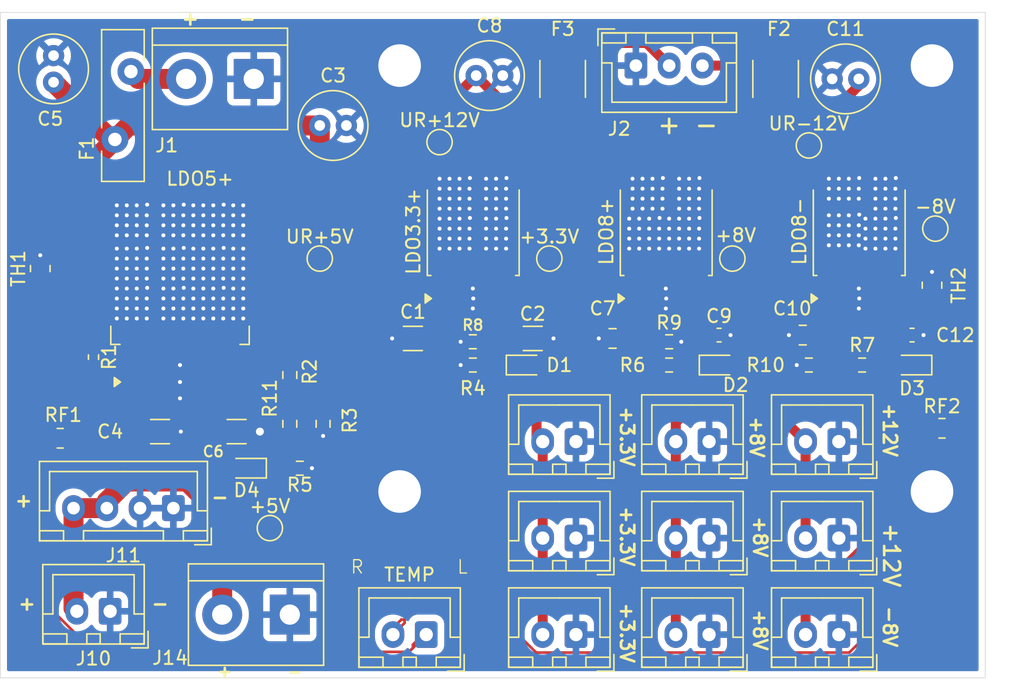
<source format=kicad_pcb>
(kicad_pcb (version 20241229) (generator "pcbnew") (generator_version "9.0")
  (layers (0 "F.Cu" signal) (2 "B.Cu" signal) (13 "F.Paste" user) (15 "B.Paste" user) (5 "F.SilkS" user "F.Silkscreen") (7 "B.SilkS" user "B.Silkscreen") (1 "F.Mask" user) (3 "B.Mask" user) (25 "Edge.Cuts" user))
  (net 0 "")
  (net 1 "+3.3V")
  (net 2 "+5V")
  (net 3 "+8V")
  (net 4 "-8V")
  (net 5 "UR_+5V")
  (net 6 "GND")
  (net 7 "UR_+12V")
  (net 8 "UR_-12V")
  (net 9 "Net-(J1-Pin_2)")
  (net 10 "Net-(J2-Pin_3)")
  (net 11 "Net-(J2-Pin_2)")
  (net 12 "Net-(R11-Pad1)")
  (net 13 "Net-(R6-Pad2)")
  (net 14 "Net-(R10-Pad1)")
  (net 15 "Net-(D+3.3V1-K)")
  (net 16 "Net-(D+5V1-K)")
  (net 17 "Net-(D+8V1-K)")
  (net 18 "Net-(D-8V1-A)")
  (net 19 "Net-(LDO5+1-EN)")
  (net 20 "Net-(LDO5+1-ADJ)")
  (net 21 "TEMP_1")
  (net 22 "TEMP_2")
  (footprint "Resistor_SMD:R_0402_1005Metric_Pad0.72x0.64mm_HandSolder" (layer "F.Cu") (at 43 80.9025 -90)
    (property "Reference" "R1")
    (property "Value" "100K")
  )
  (footprint "TestPoint:TestPoint_Pad_D1.5mm" (layer "F.Cu") (at 69 64.75)
    (property "Reference" "UR+12V")
    (property "Value" "TestPoint")
  )
  (footprint "Resistor_SMD:R_0603_1608Metric_Pad0.98x0.95mm_HandSolder" (layer "F.Cu") (at 58.5 89.25)
    (property "Reference" "R5")
    (property "Value" "1K")
  )
  (footprint "TestPoint:TestPoint_Pad_D1.5mm" (layer "F.Cu") (at 77.25 73.5)
    (property "Reference" "+3.3V")
    (property "Value" "TestPoint")
  )
  (footprint "LED_SMD:LED_0603_1608Metric" (layer "F.Cu") (at 90 81.5)
    (property "Reference" "D2")
    (property "Value" "LED")
  )
  (footprint "Package_TO_SOT_SMD:TO-252-3_TabPin2" (layer "F.Cu") (at 100.53 71.46 90)
    (property "Reference" "LDO8-")
    (property "Value" "~")
  )
  (footprint "Resistor_SMD:R_0805_2012Metric_Pad1.20x1.40mm_HandSolder" (layer "F.Cu") (at 39 74.25 90)
    (property "Reference" "TH1")
    (property "Value" "Thermistor_NTC")
  )
  (footprint "Connector_JST:JST_XH_B2B-XH-A_1x02_P2.50mm_Vertical" (layer "F.Cu") (at 79.25 101.75 180)
    (property "Reference" "J5" (hide yes))
    (property "Value" "Conn_01x02")
  )
  (footprint "TestPoint:TestPoint_Pad_D1.5mm" (layer "F.Cu") (at 60 73.5)
    (property "Reference" "UR+5V")
    (property "Value" "TestPoint")
  )
  (footprint "Connector_JST:JST_XH_B2B-XH-A_1x02_P2.50mm_Vertical" (layer "F.Cu") (at 79.25 87.25 180)
    (property "Reference" "J3" (hide yes))
    (property "Value" "Conn_01x02")
  )
  (footprint "TerminalBlock:TerminalBlock_bornier-2_P5.08mm" (layer "F.Cu") (at 57.75 100.25 180)
    (property "Reference" "J14")
    (property "Value" "Screw_Terminal_01x02")
  )
  (footprint "Package_TO_SOT_SMD:TO-252-3_TabPin2" (layer "F.Cu") (at 71.53 71.46 90)
    (property "Reference" "LDO3.3+")
    (property "Value" "~")
  )
  (footprint "TestPoint:TestPoint_Pad_D1.5mm" (layer "F.Cu") (at 91 73.5)
    (property "Reference" "+8V")
    (property "Value" "TestPoint")
  )
  (footprint "Capacitor_THT:C_Radial_D5.0mm_H11.0mm_P2.00mm" (layer "F.Cu") (at 100.5 60 180)
    (property "Reference" "C11")
    (property "Value" "100u")
  )
  (footprint "MountingHole:MountingHole_3.2mm_M3_Pad" (layer "F.Cu") (at 106 59)
    (property "Reference" "H2" (hide yes))
    (property "Value" "MountingHole_Pad")
  )
  (footprint "Capacitor_SMD:C_1206_3216Metric_Pad1.33x1.80mm_HandSolder" (layer "F.Cu") (at 53.75 86.5)
    (property "Reference" "C6")
    (property "Value" "10u")
  )
  (footprint "Resistor_SMD:R_0603_1608Metric_Pad0.98x0.95mm_HandSolder" (layer "F.Cu") (at 71.5 81.5 180)
    (property "Reference" "R4")
    (property "Value" "1K")
  )
  (footprint "LED_SMD:LED_0603_1608Metric" (layer "F.Cu") (at 75.5 81.5)
    (property "Reference" "D1")
    (property "Value" "LED")
  )
  (footprint "Capacitor_SMD:C_0805_2012Metric_Pad1.18x1.45mm_HandSolder" (layer "F.Cu") (at 96.2875 79.25 180)
    (property "Reference" "C10")
    (property "Value" "1u")
  )
  (footprint "MountingHole:MountingHole_3.2mm_M3_Pad" (layer "F.Cu") (at 66 91)
    (property "Reference" "H4" (hide yes))
    (property "Value" "MountingHole_Pad")
  )
  (footprint "TestPoint:TestPoint_Pad_D1.5mm" (layer "F.Cu") (at 96.75 65)
    (property "Reference" "UR-12V")
    (property "Value" "TestPoint")
  )
  (footprint "Resistor_SMD:R_0805_2012Metric_Pad1.20x1.40mm_HandSolder" (layer "F.Cu") (at 106 75.5 90)
    (property "Reference" "TH2")
    (property "Value" "Thermistor_NTC")
  )
  (footprint "Capacitor_SMD:C_0805_2012Metric_Pad1.18x1.45mm_HandSolder" (layer "F.Cu") (at 82 79.5 180)
    (property "Reference" "C7")
    (property "Value" "1u")
  )
  (footprint "LED_SMD:LED_0603_1608Metric" (layer "F.Cu") (at 54.5 89.25 180)
    (property "Reference" "D4")
    (property "Value" "LED")
  )
  (footprint "Fuse:Fuse_1812_4532Metric" (layer "F.Cu") (at 94.25 60 -90)
    (property "Reference" "F2")
    (property "Value" "Polyfuse_Small")
  )
  (footprint "Resistor_SMD:R_0603_1608Metric_Pad0.98x0.95mm_HandSolder" (layer "F.Cu") (at 60.25 85.9125 90)
    (property "Reference" "R3")
    (property "Value" "680")
  )
  (footprint "Connector_JST:JST_XH_B2B-XH-A_1x02_P2.50mm_Vertical" (layer "F.Cu") (at 99 87.25 180)
    (property "Reference" "J13" (hide yes))
    (property "Value" "Conn_01x02")
  )
  (footprint "Connector_JST:JST_XH_B2B-XH-A_1x02_P2.50mm_Vertical" (layer "F.Cu") (at 89.25 94.5 180)
    (property "Reference" "J7" (hide yes))
    (property "Value" "Conn_01x02")
  )
  (footprint "Resistor_SMD:R_0603_1608Metric_Pad0.98x0.95mm_HandSolder" (layer "F.Cu") (at 96.75 81.5 180)
    (property "Reference" "R10")
    (property "Value" "470")
  )
  (footprint "Capacitor_SMD:C_1206_3216Metric_Pad1.33x1.80mm_HandSolder" (layer "F.Cu") (at 67 79.5 180)
    (property "Reference" "C1")
    (property "Value" "10u")
  )
  (footprint "Resistor_SMD:R_0603_1608Metric_Pad0.98x0.95mm_HandSolder" (layer "F.Cu") (at 57.75 85.9125 -90)
    (property "Reference" "R11")
    (property "Value" "3K")
  )
  (footprint "Capacitor_SMD:C_0603_1608Metric_Pad1.08x0.95mm_HandSolder" (layer "F.Cu") (at 90 79.25)
    (property "Reference" "C9")
    (property "Value" "0.1u")
  )
  (footprint "Resistor_SMD:R_0603_1608Metric_Pad0.98x0.95mm_HandSolder" (layer "F.Cu") (at 71.5 79.75 180)
    (property "Reference" "R8")
    (property "Value" "1K")
  )
  (footprint "Capacitor_SMD:C_1206_3216Metric_Pad1.33x1.80mm_HandSolder" (layer "F.Cu") (at 48 86.5)
    (property "Reference" "C4")
    (property "Value" "10u")
  )
  (footprint "Capacitor_SMD:C_1206_3216Metric_Pad1.33x1.80mm_HandSolder" (layer "F.Cu") (at 76 79.5)
    (property "Reference" "C2")
    (property "Value" "10u")
  )
  (footprint "Resistor_SMD:R_0805_2012Metric_Pad1.20x1.40mm_HandSolder" (layer "F.Cu") (at 106.75 86.25)
    (property "Reference" "RF2")
    (property "Value" "10K")
  )
  (footprint "Connector_JST:JST_XH_B2B-XH-A_1x02_P2.50mm_Vertical" (layer "F.Cu") (at 99 101.75 180)
    (property "Reference" "J9" (hide yes))
    (property "Value" "Conn_01x02")
  )
  (footprint "Connector_JST:JST_XH_B2B-XH-A_1x02_P2.50mm_Vertical" (layer "F.Cu") (at 89.25 87.25 180)
    (property "Reference" "J8" (hide yes))
    (property "Value" "Conn_01x02")
  )
  (footprint "Fuse:Fuse_Bourns_MF-RHT550" (layer "F.Cu") (at 45.81 59.45 -90)
    (property "Reference" "F1")
    (property "Value" "Polyfuse")
  )
  (footprint "TestPoint:TestPoint_Pad_D1.5mm" (layer "F.Cu") (at 56.25 93.75)
    (property "Reference" "+5V")
    (property "Value" "TestPoint")
  )
  (footprint "Connector_JST:JST_XH_B2B-XH-A_1x02_P2.50mm_Vertical" (layer "F.Cu") (at 79.25 94.5 180)
    (property "Reference" "J4" (hide yes))
    (property "Value" "Conn_01x02")
  )
  (footprint "Capacitor_THT:C_Radial_D5.0mm_H11.0mm_P2.00mm" (layer "F.Cu") (at 60 63.5)
    (property "Reference" "C3")
    (property "Value" "100u")
  )
  (footprint "Capacitor_THT:C_Radial_D5.0mm_H11.0mm_P2.00mm" (layer "F.Cu") (at 40 60.25 90)
    (property "Reference" "C5")
    (property "Value" "100u")
  )
  (footprint "Package_TO_SOT_SMD:TO-252-3_TabPin2" (layer "F.Cu") (at 86.03 71.46 90)
    (property "Reference" "LDO8+")
    (property "Value" "~")
  )
  (footprint "Capacitor_THT:C_Radial_D5.0mm_H11.0mm_P2.00mm" (layer "F.Cu") (at 71.75 59.75)
    (property "Reference" "C8")
    (property "Value" "100u")
  )
  (footprint "Resistor_SMD:R_0603_1608Metric_Pad0.98x0.95mm_HandSolder" (layer "F.Cu") (at 100.75 81.5 180)
    (property "Reference" "R7")
    (property "Value" "1K")
  )
  (footprint "Connector_JST:JST_XH_B2B-XH-A_1x02_P2.50mm_Vertical" (layer "F.Cu") (at 68 101.75 180)
    (property "Reference" "TEMP")
    (property "Value" "Conn_01x02")
  )
  (footprint "Resistor_SMD:R_0603_1608Metric_Pad0.98x0.95mm_HandSolder" (layer "F.Cu") (at 57.75 82.25 -90)
    (property "Reference" "R2")
    (property "Value" "3K")
  )
  (footprint "Fuse:Fuse_1812_4532Metric" (layer "F.Cu") (at 78.25 60 -90)
    (property "Reference" "F3")
    (property "Value" "Polyfuse_Small")
  )
  (footprint "MountingHole:MountingHole_3.2mm_M3_Pad" (layer "F.Cu") (at 66 59)
    (property "Reference" "H1" (hide yes))
    (property "Value" "MountingHole_Pad")
  )
  (footprint "Connector_JST:JST_XH_B2B-XH-A_1x02_P2.50mm_Vertical" (layer "F.Cu") (at 99 94.5 180)
    (property "Reference" "J12" (hide yes))
    (property "Value" "Conn_01x02")
  )
  (footprint "TerminalBlock:TerminalBlock_bornier-2_P5.08mm" (layer "F.Cu") (at 55.04 60 180)
    (property "Reference" "J1")
    (property "Value" "Screw_Terminal_01x02")
  )
  (footprint "Resistor_SMD:R_0603_1608Metric_Pad0.98x0.95mm_HandSolder" (layer "F.Cu") (at 86.25 79.75)
    (property "Reference" "R9")
    (property "Value" "470")
  )
  (footprint "Connector_JST:JST_XH_B2B-XH-A_1x02_P2.50mm_Vertical" (layer "F.Cu") (at 44.25 100 180)
    (property "Reference" "J10")
    (property "Value" "Conn_01x02")
  )
  (footprint "Package_TO_SOT_SMD:TO-263-7_TabPin4" (layer "F.Cu") (at 49.5 75.125 90)
    (property "Reference" "LDO5+")
    (property "Value" "~")
  )
  (footprint "LED_SMD:LED_0603_1608Metric" (layer "F.Cu") (at 104.5 81.5 180)
    (property "Reference" "D3")
    (property "Value" "LED")
  )
  (footprint "Connector_JST:JST_XH_B2B-XH-A_1x02_P2.50mm_Vertical" (layer "F.Cu") (at 89.25 101.75 180)
    (property "Reference" "J6" (hide yes))
    (property "Value" "Conn_01x02")
  )
  (footprint "MountingHole:MountingHole_3.2mm_M3_Pad" (layer "F.Cu") (at 106 91)
    (property "Reference" "H3" (hide yes))
    (property "Value" "MountingHole_Pad")
  )
  (footprint "Resistor_SMD:R_0603_1608Metric_Pad0.98x0.95mm_HandSolder" (layer "F.Cu") (at 86.25 81.5 180)
    (property "Reference" "R6")
    (property "Value" "1K")
  )
  (footprint "Resistor_SMD:R_0805_2012Metric_Pad1.20x1.40mm_HandSolder" (layer "F.Cu") (at 40.5 87 180)
    (property "Reference" "RF1")
    (property "Value" "10K")
  )
  (footprint "Connector_JST:JST_XH_B3B-XH-A_1x03_P2.50mm_Vertical" (layer "F.Cu") (at 83.75 59)
    (property "Reference" "J2")
    (property "Value" "Conn_01x03")
  )
  (footprint "TestPoint:TestPoint_Pad_D1.5mm" (layer "F.Cu") (at 106.25 71.25)
    (property "Reference" "-8V")
    (property "Value" "TestPoint")
  )
  (footprint "Capacitor_SMD:C_0603_1608Metric_Pad1.08x0.95mm_HandSolder" (layer "F.Cu") (at 104.5 79.25)
    (property "Reference" "C12")
    (property "Value" "0.1u")
  )
  (footprint "Connector_JST:JST_XH_B4B-XH-A_1x04_P2.50mm_Vertical" (layer "F.Cu") (at 49 92.25 180)
    (property "Reference" "J11")
    (property "Value" "Conn_01x04")
  )
  (gr_rect (start 36 55) (end 110 105) (stroke (width 0.05)) (fill no) (layer "Edge.Cuts"))
  (gr_text "+" (at 37 92.25 0) (layer "F.SilkS") (effects (font (size 1 1) (thickness 0.2) (bold yes)) (justify left bottom)))
  (gr_text "+12V" (at 102.25 84.25 270) (layer "F.SilkS") (effects (font (size 1 1) (thickness 0.2) (bold yes)) (justify left bottom)))
  (gr_text "+" (at 52.238771 104.975076 0) (layer "F.SilkS") (effects (font (size 0.8 0.8) (thickness 0.2) (bold yes)) (justify left bottom)))
  (gr_text "+" (at 37.25 100 0) (layer "F.SilkS") (effects (font (size 1 1) (thickness 0.2) (bold yes)) (justify left bottom)))
  (gr_text "-" (at 47.25 100 0) (layer "F.SilkS") (effects (font (size 1 1) (thickness 0.2) (bold yes)) (justify left bottom)))
  (gr_text "+12V" (at 102.25 93.25 270) (layer "F.SilkS") (effects (font (size 1.2 1.2) (thickness 0.2) (bold yes)) (justify left bottom)))
  (gr_text "+3.3V" (at 82.5 92 270) (layer "F.SilkS") (effects (font (size 1 1) (thickness 0.2) (bold yes)) (justify left bottom)))
  (gr_text "-8V" (at 102.25 99.5 270) (layer "F.SilkS") (effects (font (size 1 1) (thickness 0.2) (bold yes)) (justify left bottom)))
  (gr_text "+    -" (at 49.523678 56.052538 0) (layer "F.SilkS") (effects (font (size 1 1) (thickness 0.2) (bold yes)) (justify left bottom)))
  (gr_text "L" (at 70.25 97.25 0) (layer "F.SilkS") (effects (font (size 1 1) (thickness 0.1)) (justify left bottom)))
  (gr_text "+8V" (at 92.5 99.75 270) (layer "F.SilkS") (effects (font (size 1 1) (thickness 0.2) (bold yes)) (justify left bottom)))
  (gr_text "-" (at 57.5 105 0) (layer "F.SilkS") (effects (font (size 0.8 0.8) (thickness 0.2) (bold yes)) (justify left bottom)))
  (gr_text "+8V" (at 92.5 92.75 270) (layer "F.SilkS") (effects (font (size 1 1) (thickness 0.2) (bold yes)) (justify left bottom)))
  (gr_text "+ -" (at 85.25 64.25 0) (layer "F.SilkS") (effects (font (size 1.4 1.4) (thickness 0.2) (bold yes)) (justify left bottom)))
  (gr_text "+3.3V" (at 82.5 84.5 270) (layer "F.SilkS") (effects (font (size 1 1) (thickness 0.2) (bold yes)) (justify left bottom)))
  (gr_text "+3.3V" (at 82.5 99.25 270) (layer "F.SilkS") (effects (font (size 1 1) (thickness 0.2) (bold yes)) (justify left bottom)))
  (gr_text "R" (at 62.25 97.25 0) (layer "F.SilkS") (effects (font (size 1 1) (thickness 0.1)) (justify left bottom)))
  (gr_text "-" (at 51.75 92 0) (layer "F.SilkS") (effects (font (size 1 1) (thickness 0.2) (bold yes)) (justify left bottom)))
  (gr_text "+8V" (at 92.25 85.25 270) (layer "F.SilkS") (effects (font (size 1 1) (thickness 0.2) (bold yes)) (justify left bottom)))
  (segment (start 77.25 73.5) (end 76.81 73.5) (width 0.75) (layer "F.Cu") (net 1))
  (segment (start 76.75 87.25) (end 76.75 94.5) (width 0.75) (layer "F.Cu") (net 1))
  (segment (start 76.75 94.5) (end 76.75 101.75) (width 0.75) (layer "F.Cu") (net 1))
  (segment (start 76.81 73.5) (end 73.81 76.5) (width 0.75) (layer "F.Cu") (net 1))
  (segment (start 76.2875 81.35) (end 76.2875 81.5) (width 0.75) (layer "F.Cu") (net 1))
  (segment (start 76.2875 86.7875) (end 76.75 87.25) (width 0.75) (layer "F.Cu") (net 1))
  (segment (start 74.4375 79.5) (end 76.2875 81.35) (width 0.75) (layer "F.Cu") (net 1))
  (segment (start 76.2875 81.5) (end 76.2875 86.7875) (width 0.75) (layer "F.Cu") (net 1))
  (segment (start 73.81 76.5) (end 73.81 78.8725) (width 0.75) (layer "F.Cu") (net 1))
  (segment (start 73.81 78.8725) (end 74.4375 79.5) (width 0.75) (layer "F.Cu") (net 1))
  (segment (start 49.501 90.249) (end 45.483818 90.249) (width 1.5) (layer "F.Cu") (net 2))
  (segment (start 52.67 92.889602) (end 52.67 96.25) (width 1.5) (layer "F.Cu") (net 2))
  (segment (start 104 86.25) (end 101.5 88.75) (width 0.2) (layer "F.Cu") (net 2))
  (segment (start 101.5 88.75) (end 101.5 101.38616) (width 0.2) (layer "F.Cu") (net 2))
  (segment (start 44 92.25) (end 41.5 92.25) (width 1.5) (layer "F.Cu") (net 2))
  (segment (start 52.67 96.25) (end 52.67 100.25) (width 1.5) (layer "F.Cu") (net 2))
  (segment (start 51.41875 84.83125) (end 52.1875 85.6) (width 1.5) (layer "F.Cu") (net 2))
  (segment (start 99.78516 103.101) (end 76.25253 103.101) (width 0.2) (layer "F.Cu") (net 2))
  (segment (start 52.1875 86.5) (end 53.7125 88.025) (width 0.2) (layer "F.Cu") (net 2))
  (segment (start 42.234818 87) (end 45.483818 90.249) (width 0.2) (layer "F.Cu") (net 2))
  (segment (start 56.25 93.75) (end 55.389602 92.889602) (width 0.2) (layer "F.Cu") (net 2))
  (segment (start 55.389602 92.889602) (end 52.67 92.889602) (width 0.2) (layer "F.Cu") (net 2))
  (segment (start 52.1875 86.5) (end 52.1875 86.8125) (width 1.5) (layer "F.Cu") (net 2))
  (segment (start 71.25 98) (end 54.42 98) (width 0.2) (layer "F.Cu") (net 2))
  (segment (start 57.75 86.825) (end 56.101 88.474) (width 0.2) (layer "F.Cu") (net 2))
  (segment (start 52.1875 86.5) (end 51.959 86.2715) (width 0.2) (layer "F.Cu") (net 2))
  (segment (start 41.5 87) (end 42.234818 87) (width 0.2) (layer "F.Cu") (net 2))
  (segment (start 50.029398 90.249) (end 52.67 92.889602) (width 1.5) (layer "F.Cu") (net 2))
  (segment (start 49.501 90.249) (end 50.029398 90.249) (width 1.5) (layer "F.Cu") (net 2))
  (segment (start 54.42 98) (end 52.67 96.25) (width 0.2) (layer "F.Cu") (net 2))
  (segment (start 51.41875 84.83125) (end 51.41875 88.33125) (width 1.5) (layer "F.Cu") (net 2))
  (segment (start 51.959 86.2715) (end 51.959 82.775) (width 1.5) (layer "F.Cu") (net 2))
  (segment (start 51.41875 88.33125) (end 49.501 90.249) (width 1.5) (layer "F.Cu") (net 2))
  (segment (start 105.75 86.25) (end 104 86.25) (width 0.2) (layer "F.Cu") (net 2))
  (segment (start 56.101 88.474) (end 54.1615 88.474) (width 0.2) (layer "F.Cu") (net 2))
  (segment (start 45.483818 90.249) (end 44 91.732818) (width 1.5) (layer "F.Cu") (net 2))
  (segment (start 50.851 82.775) (end 50.851 84.2635) (width 1.5) (layer "F.Cu") (net 2))
  (segment (start 53.7125 88.025) (end 53.7125 89.25) (width 0.2) (layer "F.Cu") (net 2))
  (segment (start 54.1615 88.474) (end 52.1875 86.5) (width 0.2) (layer "F.Cu") (net 2))
  (segment (start 52.1875 85.6) (end 52.1875 86.5) (width 1.5) (layer "F.Cu") (net 2))
  (segment (start 101.5 101.38616) (end 99.78516 103.101) (width 0.2) (layer "F.Cu") (net 2))
  (segment (start 50.851 84.2635) (end 51.41875 84.83125) (width 1.5) (layer "F.Cu") (net 2))
  (segment (start 76.25253 103.101) (end 71.25 98.09847) (width 0.2) (layer "F.Cu") (net 2))
  (segment (start 106.201 85.799) (end 105.75 86.25) (width 0.2) (layer "F.Cu") (net 2))
  (segment (start 41.5 92.25) (end 41.5 99.75) (width 1.5) (layer "F.Cu") (net 2))
  (segment (start 44 91.732818) (end 44 92.25) (width 1.5) (layer "F.Cu") (net 2))
  (segment (start 71.25 98.09847) (end 71.25 98) (width 0.2) (layer "F.Cu") (net 2))
  (segment (start 41.5 99.75) (end 41.75 100) (width 1.5) (layer "F.Cu") (net 2))
  (segment (start 86.75 94.5) (end 86.75 101.75) (width 0.75) (layer "F.Cu") (net 3))
  (segment (start 88.31 76.5) (end 88.31 78.4225) (width 0.75) (layer "F.Cu") (net 3))
  (segment (start 90.7875 81.399282) (end 90.7875 81.5) (width 0.75) (layer "F.Cu") (net 3))
  (segment (start 89.1375 79.25) (end 89.1375 79.749282) (width 0.75) (layer "F.Cu") (net 3))
  (segment (start 86.75 87.25) (end 86.75 94.5) (width 0.75) (layer "F.Cu") (net 3))
  (segment (start 90.7875 81.5) (end 90.7875 81.777) (width 0.75) (layer "F.Cu") (net 3))
  (segment (start 88.31 78.4225) (end 89.1375 79.25) (width 0.75) (layer "F.Cu") (net 3))
  (segment (start 91 73.5) (end 91 73.81) (width 0.75) (layer "F.Cu") (net 3))
  (segment (start 91 73.81) (end 88.31 76.5) (width 0.75) (layer "F.Cu") (net 3))
  (segment (start 89.1375 79.749282) (end 90.7875 81.399282) (width 0.75) (layer "F.Cu") (net 3))
  (segment (start 90.7875 81.777) (end 86.75 85.8145) (width 0.75) (layer "F.Cu") (net 3))
  (segment (start 86.75 85.8145) (end 86.75 87.25) (width 0.75) (layer "F.Cu") (net 3))
  (segment (start 102.81 76.5) (end 102.81 78.4225) (width 0.75) (layer "F.Cu") (net 4))
  (segment (start 106.25 71.25) (end 106.25 71.32578) (width 0.75) (layer "F.Cu") (net 4))
  (segment (start 96.5 101.75) (end 96.5 99.595778) (width 0.75) (layer "F.Cu") (net 4))
  (segment (start 103.6375 79.725) (end 105.2875 81.375) (width 0.75) (layer "F.Cu") (net 4))
  (segment (start 100.75 86.75) (end 105.2875 82.2125) (width 0.75) (layer "F.Cu") (net 4))
  (segment (start 102.81 74.76578) (end 102.81 76.5) (width 0.75) (layer "F.Cu") (net 4))
  (segment (start 100.75 95.345778) (end 100.75 86.75) (width 0.75) (layer "F.Cu") (net 4))
  (segment (start 96.5 99.595778) (end 100.75 95.345778) (width 0.75) (layer "F.Cu") (net 4))
  (segment (start 105.2875 81.375) (end 105.2875 81.5) (width 0.75) (layer "F.Cu") (net 4))
  (segment (start 102.81 78.4225) (end 103.6375 79.25) (width 0.75) (layer "F.Cu") (net 4))
  (segment (start 103.6375 79.25) (end 103.6375 79.725) (width 0.75) (layer "F.Cu") (net 4))
  (segment (start 106.25 71.32578) (end 102.81 74.76578) (width 0.75) (layer "F.Cu") (net 4))
  (segment (start 105.2875 82.2125) (end 105.2875 81.5) (width 0.75) (layer "F.Cu") (net 4))
  (segment (start 44.61 64.55) (end 41.679 67.481) (width 1.5) (layer "F.Cu") (net 5))
  (segment (start 46.4375 86.5) (end 45.25 86.5) (width 1.5) (layer "F.Cu") (net 5))
  (segment (start 43 80.305) (end 42.734 80.305) (width 0.75) (layer "F.Cu") (net 5))
  (segment (start 42.734 80.305) (end 41.679 79.25) (width 0.75) (layer "F.Cu") (net 5))
  (segment (start 60 73.5) (end 60 67.25) (width 1.5) (layer "F.Cu") (net 5))
  (segment (start 60 67.25) (end 69.25 76.5) (width 1.5) (layer "F.Cu") (net 5))
  (segment (start 44.61 64.55) (end 44.3 64.55) (width 1.5) (layer "F.Cu") (net 5))
  (segment (start 46.4375 86.5) (end 48.099 84.8385) (width 1.5) (layer "F.Cu") (net 5))
  (segment (start 41.679 82.929) (end 41.679 79.25) (width 1.5) (layer "F.Cu") (net 5))
  (segment (start 60 63.5) (end 60 67.25) (width 1.5) (layer "F.Cu") (net 5))
  (segment (start 41.679 67.481) (end 41.679 79.25) (width 1.5) (layer "F.Cu") (net 5))
  (segment (start 44.61 64.55) (end 45.66 63.5) (width 1.5) (layer "F.Cu") (net 5))
  (segment (start 45.25 86.5) (end 41.679 82.929) (width 1.5) (layer "F.Cu") (net 5))
  (segment (start 69.25 78.8125) (end 68.5625 79.5) (width 1.5) (layer "F.Cu") (net 5))
  (segment (start 45.66 63.5) (end 60 63.5) (width 1.5) (layer "F.Cu") (net 5))
  (segment (start 44.3 64.55) (end 40 60.25) (width 1.5) (layer "F.Cu") (net 5))
  (segment (start 69.25 76.5) (end 69.25 78.8125) (width 1.5) (layer "F.Cu") (net 5))
  (segment (start 48.099 84.8385) (end 48.099 82.775) (width 1.5) (layer "F.Cu") (net 5))
  (segment (start 47.091 85.8465) (end 47.091 82.775) (width 1.5) (layer "F.Cu") (net 5))
  (segment (start 46.4375 86.5) (end 47.091 85.8465) (width 1.5) (layer "F.Cu") (net 5))
  (segment (start 57.75 100.5) (end 57.25 101) (width 0.2) (layer "F.Cu") (net 6))
  (segment (start 57.75 100) (end 57.25 99.5) (width 0.2) (layer "F.Cu") (net 6))
  (segment (start 57.75 100.25) (end 58.5 100.25) (width 0.2) (layer "F.Cu") (net 6))
  (segment (start 57.75 100.5) (end 58.25 101) (width 0.2) (layer "F.Cu") (net 6))
  (segment (start 57.25 99.5) (end 57.75 99) (width 0.2) (layer "F.Cu") (net 6))
  (segment (start 57.75 100.25) (end 56.5 100.25) (width 0.2) (layer "F.Cu") (net 6))
  (segment (start 57.75 100.25) (end 57.75 100) (width 0.2) (layer "F.Cu") (net 6))
  (segment (start 56.75 99) (end 57.25 99.5) (width 0.2) (layer "F.Cu") (net 6))
  (segment (start 57.75 100) (end 56.75 99) (width 0.2) (layer "F.Cu") (net 6))
  (segment (start 57.75 100.5) (end 58.75 101.5) (width 0.2) (layer "F.Cu") (net 6))
  (segment (start 90.8625 79.25) (end 90.8625 79.1375) (width 0.2) (layer "F.Cu") (net 6))
  (segment (start 57.75 100.25) (end 57 100.25) (width 0.2) (layer "F.Cu") (net 6))
  (segment (start 57.75 100.25) (end 59 100.25) (width 0.2) (layer "F.Cu") (net 6))
  (segment (start 57.75 100.25) (end 57.75 100.5) (width 0.2) (layer "F.Cu") (net 6))
  (segment (start 57.75 100.25) (end 57.75 101.5) (width 0.2) (layer "F.Cu") (net 6))
  (segment (start 57.75 100.5) (end 56.75 101.5) (width 0.2) (layer "F.Cu") (net 6))
  (segment (start 57.75 100) (end 58.75 99) (width 0.2) (layer "F.Cu") (net 6))
  (segment (start 57.75 99) (end 58.25 99.5) (width 0.2) (layer "F.Cu") (net 6))
  (segment (start 77.5625 79.4375) (end 78 79) (width 0.2) (layer "F.Cu") (net 6))
  (via (at 45.5 73.5) (size 0.6) (drill 0.3) (layers "F.Cu" "B.Cu") (net 6))
  (via (at 49.78 69.45) (size 0.6) (drill 0.3) (layers "F.Cu" "B.Cu") (net 6))
  (via (at 72.5 72) (size 0.6) (drill 0.3) (layers "F.Cu" "B.Cu") (net 6))
  (via (at 69 68.25) (size 0.6) (drill 0.3) (layers "F.Cu" "B.Cu") (net 6))
  (via (at 70.5 69) (size 0.6) (drill 0.3) (layers "F.Cu" "B.Cu") (net 6))
  (via (at 53.5 73.5) (size 0.6) (drill 0.3) (layers "F.Cu" "B.Cu") (net 6))
  (via (at 71.25 72.75) (size 0.6) (drill 0.3) (layers "F.Cu" "B.Cu") (net 6))
  (via (at 50.5 72.75) (size 0.6) (drill 0.3) (layers "F.Cu" "B.Cu") (net 6))
  (via (at 87.75 69.75) (size 0.6) (drill 0.3) (layers "F.Cu" "B.Cu") (net 6))
  (via (at 71.53 76.5) (size 0.6) (drill 0.3) (layers "F.Cu" "B.Cu") (net 6))
  (via (at 45.5 71) (size 0.6) (drill 0.3) (layers "F.Cu" "B.Cu") (net 6))
  (via (at 84.75 72) (size 0.6) (drill 0.3) (layers "F.Cu" "B.Cu") (net 6))
  (via (at 84.75 72.75) (size 0.6) (drill 0.3) (layers "F.Cu" "B.Cu") (net 6))
  (via (at 69 72.75) (size 0.6) (drill 0.3) (layers "F.Cu" "B.Cu") (net 6))
  (via (at 47.03 72.7) (size 0.6) (drill 0.3) (layers "F.Cu" "B.Cu") (net 6))
  (via (at 45.5 70.25) (size 0.6) (drill 0.3) (layers "F.Cu" "B.Cu") (net 6))
  (via (at 84.25 68.25) (size 0.6) (drill 0.3) (layers "F.Cu" "B.Cu") (net 6))
  (via (at 100.5 75.75) (size 0.6) (drill 0.3) (layers "F.Cu" "B.Cu") (net 6))
  (via (at 49.75 75) (size 0.6) (drill 0.3) (layers "F.Cu" "B.Cu") (net 6))
  (via (at 54.25 76.5) (size 0.6) (drill 0.3) (layers "F.Cu" "B.Cu") (net 6))
  (via (at 46.25 69.5) (size 0.6) (drill 0.3) (layers "F.Cu" "B.Cu") (net 6))
  (via (at 53.5 75.75) (size 0.6) (drill 0.3) (layers "F.Cu" "B.Cu") (net 6))
  (via (at 73.25 68.25) (size 0.6) (drill 0.3) (layers "F.Cu" "B.Cu") (net 6))
  (via (at 49 69.5) (size 0.6) (drill 0.3) (layers "F.Cu" "B.Cu") (net 6))
  (via (at 52.75 75) (size 0.6) (drill 0.3) (layers "F.Cu" "B.Cu") (net 6))
  (via (at 101.75 68.25) (size 0.6) (drill 0.3) (layers "F.Cu" "B.Cu") (net 6))
  (via (at 54.25 69.5) (size 0.6) (drill 0.3) (layers "F.Cu" "B.Cu") (net 6))
  (via (at 45.5 77.25) (size 0.6) (drill 0.3) (layers "F.Cu" "B.Cu") (net 6))
  (via (at 86.25 70.5) (size 0.6) (drill 0.3) (layers "F.Cu" "B.Cu") (net 6))
  (via (at 87 69.75) (size 0.6) (drill 0.3) (layers "F.Cu" "B.Cu") (net 6))
  (via (at 87 71.25) (size 0.6) (drill 0.3) (layers "F.Cu" "B.Cu") (net 6))
  (via (at 49 74.25) (size 0.6) (drill 0.3) (layers "F.Cu" "B.Cu") (net 6))
  (via (at 85.53 70.45) (size 0.6) (drill 0.3) (layers "F.Cu" "B.Cu") (net 6))
  (via (at 85.75 69.75) (size 0.6) (drill 0.3) (layers "F.Cu" "B.Cu") (net 6))
  (via (at 98.25 71) (size 0.6) (drill 0.3) (layers "F.Cu" "B.Cu") (net 6))
  (via (at 48.25 74.25) (size 0.6) (drill 0.3) (layers "F.Cu" "B.Cu") (net 6))
  (via (at 50.5 71.75) (size 0.6) (drill 0.3) (layers "F.Cu" "B.Cu") (net 6))
  (via (at 83.25 71.25) (size 0.6) (drill 0.3) (layers "F.Cu" "B.Cu") (net 6))
  (via (at 48.25 71) (size 0.6) (drill 0.3) (layers "F.Cu" "B.Cu") (net 6))
  (via (at 53.5 69.5) (size 0.6) (drill 0.3) (layers "F.Cu" "B.Cu") (net 6))
  (via (at 49.75 76.5) (size 0.6) (drill 0.3) (layers "F.Cu" "B.Cu") (net 6))
  (via (at 52.75 71.75) (size 0.6) (drill 0.3) (layers "F.Cu" "B.Cu") (net 6))
  (via (at 49 72.75) (size 0.6) (drill 0.3) (layers "F.Cu" "B.Cu") (net 6))
  (via (at 86.25 72.75) (size 0.6) (drill 0.3) (layers "F.Cu" "B.Cu") (net 6))
  (via (at 85 68.25) (size 0.6) (drill 0.3) (layers "F.Cu" "B.Cu") (net 6))
  (via (at 52 69.5) (size 0.6) (drill 0.3) (layers "F.Cu" "B.Cu") (net 6))
  (via (at 87 68.25) (size 0.6) (drill 0.3) (layers "F.Cu" "B.Cu") (net 6))
  (via (at 99 70.25) (size 0.6) (drill 0.3) (layers "F.Cu" "B.Cu") (net 6))
  (via (at 49.75 74.25) (size 0.6) (drill 0.3) (layers "F.Cu" "B.Cu") (net 6))
  (via (at 95.25 79.25) (size 0.6) (drill 0.3) (layers "F.Cu" "B.Cu") (net 6))
  (via (at 84 71.25) (size 0.6) (drill 0.3) (layers "F.Cu" "B.Cu") (net 6))
  (via (at 59.4125 89.25) (size 0.6) (drill 0.3) (layers "F.Cu" "B.Cu") (net 6))
  (via (at 87 69) (size 0.6) (drill 0.3) (layers "F.Cu" "B.Cu") (net 6))
  (via (at 49 71.75) (size 0.6) (drill 0.3) (layers "F.Cu" "B.Cu") (net 6))
  (via (at 98.25 71.75) (size 0.6) (drill 0.3) (layers "F.Cu" "B.Cu") (net 6))
  (via (at 54.25 75.75) (size 0.6) (drill 0.3) (layers "F.Cu" "B.Cu") (net 6))
  (via (at 102.5 67.5) (size 0.6) (drill 0.3) (layers "F.Cu" "B.Cu") (net 6))
  (via (at 84.75 71.25) (size 0.6) (drill 0.3) (layers "F.Cu" "B.Cu") (net 6))
  (via (at 88.5 72.75) (size 0.6) (drill 0.3) (layers "F.Cu" "B.Cu") (net 6))
  (via (at 44.75 72.75) (size 0.6) (drill 0.3) (layers "F.Cu" "B.Cu") (net 6))
  (via (at 45.5 75) (size 0.6) (drill 0.3) (layers "F.Cu" "B.Cu") (net 6))
  (via (at 52.75 78) (size 0.6) (drill 0.3) (layers "F.Cu" "B.Cu") (net 6))
  (via (at 70.5875 79.75) (size 0.6) (drill 0.3) (layers "F.Cu" "B.Cu") (net 6))
  (via (at 52 78) (size 0.6) (drill 0.3) (layers "F.Cu" "B.Cu") (net 6))
  (via (at 101.75 67.5) (size 0.6) (drill 0.3) (layers "F.Cu" "B.Cu") (net 6))
  (via (at 99.75 71.75) (size 0.6) (drill 0.3) (layers "F.Cu" "B.Cu") (net 6))
  (via (at 53.5 72.75) (size 0.6) (drill 0.3) (layers "F.Cu" "B.Cu") (net 6))
  (via (at 45.5 75.75) (size 0.6) (drill 0.3) (layers "F.Cu" "B.Cu") (net 6))
  (via (at 49.78 72.7) (size 0.6) (drill 0.3) (layers "F.Cu" "B.Cu") (net 6))
  (via (at 46.25 74.25) (size 0.6) (drill 0.3) (layers "F.Cu" "B.Cu") (net 6))
  (via (at 54.25 71.75) (size 0.6) (drill 0.3) (layers "F.Cu" "B.Cu") (net 6))
  (via (at 72.5 71.25) (size 0.6) (drill 0.3) (layers "F.Cu" "B.Cu") (net 6))
  (via (at 101.75 72.75) (size 0.6) (drill 0.3) (layers "F.Cu" "B.Cu") (net 6))
  (via (at 72.5 68.25) (size 0.6) (drill 0.3) (layers "F.Cu" "B.Cu") (net 6))
  (via (at 49 75.75) (size 0.6) (drill 0.3) (layers "F.Cu" "B.Cu") (net 6))
  (via (at 52 75) (size 0.6) (drill 0.3) (layers "F.Cu" "B.Cu") (net 6))
  (via (at 98.25 69) (size 0.6) (drill 0.3) (layers "F.Cu" "B.Cu") (net 6))
  (via (at 100.5 77.25) (size 0.6) (drill 0.3) (layers "F.Cu" "B.Cu") (net 6))
  (via (at 72.5 72.75) (size 0.6) (drill 0.3) (layers "F.Cu" "B.Cu") (net 6))
  (via (at 45.5 76.5) (size 0.6) (drill 0.3) (layers "F.Cu" "B.Cu") (net 6))
  (via (at 86.25 72) (size 0.6) (drill 0.3) (layers "F.Cu" "B.Cu") (net 6))
  (via (at 47 76.5) (size 0.6) (drill 0.3) (layers "F.Cu" "B.Cu") (net 6))
  (via (at 51.25 75) (size 0.6) (drill 0.3) (layers "F.Cu" "B.Cu") (net 6))
  (via (at 71.28 70.45) (size 0.6) (drill 0.3) (layers "F.Cu" "B.Cu") (net 6))
  (via (at 55.5 86.5) (size 1) (drill 0.6) (layers "F.Cu" "B.Cu") (net 6))
  (via (at 46.25 71.75) (size 0.6) (drill 0.3) (layers "F.Cu" "B.Cu") (net 6))
  (via (at 71.25 71.25) (size 0.6) (drill 0.3) (layers "F.Cu" "B.Cu") (net 6))
  (via (at 71.25 72) (size 0.6) (drill 0.3) (layers "F.Cu" "B.Cu") (net 6))
  (via (at 50.5 74.25) (size 0.6) (drill 0.3) (layers "F.Cu" "B.Cu") (net 6))
  (via (at 52.75 76.5) (size 0.6) (drill 0.3) (layers "F.Cu" "B.Cu") (net 6))
  (via (at 85.78 67.45) (size 0.6) (drill 0.3) (layers "F.Cu" "B.Cu") (net 6))
  (via (at 100.53 76.5) (size 0.6) (drill 0.3) (layers "F.Cu" "B.Cu") (net 6))
  (via (at 74 69.75) (size 0.6) (drill 0.3) (layers "F.Cu" "B.Cu") (net 6))
  (via (at 72.5 70.5) (size 0.6) (drill 0.3) (layers "F.Cu" "B.Cu") (net 6))
  (via (at 54.25 72.75) (size 0.6) (drill 0.3) (layers "F.Cu" "B.Cu") (net 6))
  (via (at 84.75 70.5) (size 0.6) (drill 0.3) (layers "F.Cu" "B.Cu") (net 6))
  (via (at 73.25 70.5) (size 0.6) (drill 0.3) (layers "F.Cu" "B.Cu") (net 6))
  (via (at 51.25 71.75) (size 0.6) (drill 0.3) (layers "F.Cu" "B.Cu") (net 6))
  (via (at 52 71.75) (size 0.6) (drill 0.3) (layers "F.Cu" "B.Cu") (net 6))
  (via (at 69.75 67.5) (size 0.6) (drill 0.3) (layers "F.Cu" "B.Cu") (net 6))
  (via (at 48.25 69.5) (size 0.6) (drill 0.3) (layers "F.Cu" "B.Cu") (net 6))
  (via (at 70.5 67.5) (size 0.6) (drill 0.3) (layers "F.Cu" "B.Cu") (net 6))
  (via (at 74.03 67.45) (size 0.6) (drill 0.3) (layers "F.Cu" "B.Cu") (net 6))
  (via (at 52.75 74.25) (size 0.6) (drill 0.3) (layers "F.Cu" "B.Cu") (net 6))
  (via (at 101.75 69.75) (size 0.6) (drill 0.3) (layers "F.Cu" "B.Cu") (net 6))
  (via (at 52.78 75.7) (size 0.6) (drill 0.3) (layers "F.Cu" "B.Cu") (net 6))
  (via (at 51.25 70.25) (size 0.6) (drill 0.3) (layers "F.Cu" "B.Cu") (net 6))
  (via (at 83.5 68.25) (size 0.6) (drill 0.3) (layers "F.Cu" "B.Cu") (net 6))
  (via (at 83.5 69.75) (size 0.6) (drill 0.3) (layers "F.Cu" "B.Cu") (net 6))
  (via (at 49.75 78) (size 0.6) (drill 0.3) (layers "F.Cu" "B.Cu") (net 6))
  (via (at 101 70.5) (size 0.6) (drill 0.3) (layers "F.Cu" "B.Cu") (net 6))
  (via (at 70.5 70.5) (size 0.6) (drill 0.3) (layers "F.Cu" "B.Cu") (net 6))
  (via (at 44.75 75.75) (size 0.6) (drill 0.3) (layers "F.Cu" "B.Cu") (net 6))
  (via (at 52 73.5) (size 0.6) (drill 0.3) (layers "F.Cu" "B.Cu") (net 6))
  (via (at 44.75 75) (size 0.6) (drill 0.3) (layers "F.Cu" "B.Cu") (net 6))
  (via (at 51.25 74.25) (size 0.6) (drill 0.3) (layers "F.Cu" "B.Cu") (net 6))
  (via (at 101 72) (size 0.6) (drill 0.3) (layers "F.Cu" "B.Cu") (net 6))
  (via (at 51.25 71) (size 0.6) (drill 0.3) (layers "F.Cu" "B.Cu") (net 6))
  (via (at 87.75 67.5) (size 0.6) (drill 0.3) (layers "F.Cu" "B.Cu") (net 6))
  (via (at 85 67.5) (size 0.6) (drill 0.3) (layers "F.Cu" "B.Cu") (net 6))
  (via (at 53.5 74.25) (size 0.6) (drill 0.3) (layers "F.Cu" "B.Cu") (net 6))
  (via (at 70.5 72) (size 0.6) (drill 0.3) (layers "F.Cu" "B.Cu") (net 6))
  (via (at 44.75 78) (size 0.6) (drill 0.3) (layers "F.Cu" "B.Cu") (net 6))
  (via (at 49 76.5) (size 0.6) (drill 0.3) (layers "F.Cu" "B.Cu") (net 6))
  (via (at 84.25 67.5) (size 0.6) (drill 0.3) (layers "F.Cu" "B.Cu") (net 6))
  (via (at 48.25 71.75) (size 0.6) (drill 0.3) (layers "F.Cu" "B.Cu") (net 6))
  (via (at 83.25 72.75) (size 0.6) (drill 0.3) (layers "F.Cu" "B.Cu") (net 6))
  (via (at 49.5 82.775) (size 0.6) (drill 0.3) (layers "F.Cu" "B.Cu") (net 6))
  (via (at 49 71) (size 0.6) (drill 0.3) (layers "F.Cu" "B.Cu") (net 6))
  (via (at 103.25 69) (size 0.6) (drill 0.3) (layers "F.Cu" "B.Cu") (net 6))
  (via (at 90.8625 79.25) (size 0.6) (drill 0.3) (layers "F.Cu" "B.Cu") (net 6))
  (via (at 50.5 71) (size 0.6) (drill 0.3) (layers "F.Cu" "B.Cu") (net 6))
  (via (at 87.75 68.25) (size 0.6) (drill 0.3) (layers "F.Cu" "B.Cu") (net 6))
  (via (at 45.5 71.75) (size 0.6) (drill 0.3) (layers "F.Cu" "B.Cu") (net 6))
  (via (at 87 70.5) (size 0.6) (drill 0.3) (layers "F.Cu" "B.Cu") (net 6))
  (via (at 100.5 68.25) (size 0.6) (drill 0.3) (layers "F.Cu" "B.Cu") (net 6))
  (via (at 99 72.5) (size 0.6) (drill 0.3) (layers "F.Cu" "B.Cu") (net 6))
  (via (at 100.53 70.2) (size 0.6) (drill 0.3) (layers "F.Cu" "B.Cu") (net 6))
  (via (at 98.25 70.25) (size 0.6) (drill 0.3) (layers "F.Cu" "B.Cu") (net 6))
  (via (at 47 70.25) (size 0.6) (drill 0.3) (layers "F.Cu" "B.Cu") (net 6))
  (via (at 70.5 72.75) (size 0.6) (drill 0.3) (layers "F.Cu" "B.Cu") (net 6))
  (via (at 54.25 75) (size 0.6) (drill 0.3) (layers "F.Cu" "B.Cu") (net 6))
  (via (at 52.78 69.45) (size 0.6) (drill 0.3) (layers "F.Cu" "B.Cu") (net 6))
  (via (at 88.5 68.25) (size 0.6) (drill 0.3) (layers "F.Cu" "B.Cu") (net 6))
  (via (at 98.25 72.5) (size 0.6) (drill 0.3) (layers "F.Cu" "B.Cu") (net 6))
  (via (at 51.25 77.25) (size 0.6) (drill 0.3) (layers "F.Cu" "B.Cu") (net 6))
  (via (at 87.75 70.5) (size 0.6) (drill 0.3) (layers "F.Cu" "B.Cu") (net 6))
  (via (at 50.5 75) (size 0.6) (drill 0.3) (layers "F.Cu" "B.Cu") (net 6))
  (via (at 102.5 71.25) (size 0.6) (drill 0.3) (layers "F.Cu" "B.Cu") (net 6))
  (via (at 52 76.5) (size 0.6) (drill 0.3) (layers "F.Cu" "B.Cu") (net 6))
  (via (at 85 69) (size 0.6) (drill 0.3) (layers "F.Cu" "B.Cu") (net 6))
  (via (at 74 68.25) (size 0.6) (drill 0.3) (layers "F.Cu" "B.Cu") (net 6))
  (via (at 53.5 75) (size 0.6) (drill 0.3) (layers "F.Cu" "B.Cu") (net 6))
  (via (at 47 75) (size 0.6) (drill 0.3) (layers "F.Cu" "B.Cu") (net 6))
  (via (at 46.25 73.5) (size 0.6) (drill 0.3) (layers "F.Cu" "B.Cu") (net 6))
  (via (at 85 69.75) (size 0.6) (drill 0.3) (layers "F.Cu" "B.Cu") (net 6))
  (via (at 80.9625 79.5) (size 0.6) (drill 0.3) (layers "F.Cu" "B.Cu") (net 6))
  (via (at 102.5 70.5) (size 0.6) (drill 0.3) (layers "F.Cu" "B.Cu") (net 6))
  (via (at 71.25 69) (size 0.6) (drill 0.3) (layers "F.Cu" "B.Cu") (net 6))
  (via (at 74 72.75) (size 0.6) (drill 0.3) (layers "F.Cu" "B.Cu") (net 6))
  (via (at 87.75 69) (size 0.6) (drill 0.3) (layers "F.Cu" "B.Cu") (net 6))
  (via (at 85.5 71.25) (size 0.6) (drill 0.3) (layers "F.Cu" "B.Cu") (net 6))
  (via (at 51.25 73.5) (size 0.6) (drill 0.3) (layers "F.Cu" "B.Cu") (net 6))
  (via (at 74 69) (size 0.6) (drill 0.3) (layers "F.Cu" "B.Cu") (net 6))
  (via (at 101.75 71.25) (size 0.6) (drill 0.3) (layers "F.Cu" "B.Cu") (net 6))
  (via (at 53.5 78) (size 0.6) (drill 0.3) (layers "F.Cu" "B.Cu") (net 6))
  (via (at 52.78 72.7) (size 0.6) (drill 0.3) (layers "F.Cu" "B.Cu") (net 6))
  (via (at 47 71.75) (size 0.6) (drill 0.3) (layers "F.Cu" "B.Cu") (net 6))
  (via (at 86.25 71.25) (size 0.6) (drill 0.3) (layers "F.Cu" "B.Cu") (net 6))
  (via (at 103.25 71.25) (size 0.6) (drill 0.3) (layers "F.Cu" "B.Cu") (net 6))
  (via (at 47 73.5) (size 0.6) (drill 0.3) (layers "F.Cu" "B.Cu") (net 6))
  (via (at 69 71.25) (size 0.6) (drill 0.3) (layers "F.Cu" "B.Cu") (net 6))
  (via (at 87.75 72.75) (size 0.6) (drill 0.3) (layers "F.Cu" "B.Cu") (net 6))
  (via (at 44.75 71) (size 0.6) (drill 0.3) (layers "F.Cu" "B.Cu") (net 6))
  (via (at 71.5 75.75) (size 0.6) (drill 0.3) (layers "F.Cu" "B.Cu") (net 6))
  (via (at 101.75 69) (size 0.6) (drill 0.3) (layers "F.Cu" "B.Cu") (net 6))
  (via (at 71.25 68.25) (size 0.6) (drill 0.3) (layers "F.Cu" "B.Cu") (net 6))
  (via (at 87 67.5) (size 0.6) (drill 0.3) (layers "F.Cu" "B.Cu") (net 6))
  (via (at 83.5 67.5) (size 0.6) (drill 0.3) (layers "F.Cu" "B.Cu") (net 6))
  (via (at 46.25 77.25) (size 0.6) (drill 0.3) (layers "F.Cu" "B.Cu") (net 6))
  (via (at 48.25 73.5) (size 0.6) (drill 0.3) (layers "F.Cu" "B.Cu") (net 6))
  (via (at 48.25 75.75) (size 0.6) (drill 0.3) (layers "F.Cu" "B.Cu") (net 6))
  (via (at 45.5 69.5) (size 0.6) (drill 0.3) (layers "F.Cu" "B.Cu") (net 6))
  (via (at 103.28 67.45) (size 0.6) (drill 0.3) (layers "F.Cu" "B.Cu") (net 6))
  (via (at 71.5 77.25) (size 0.6) (drill 0.3) (layers "F.Cu" "B.Cu") (net 6))
  (via (at 99.75 69) (size 0.6) (drill 0.3) (layers "F.Cu" "B.Cu") (net 6))
  (via (at 52 77.25) (size 0.6) (drill 0.3) (layers "F.Cu" "B.Cu") (net 6))
  (via (at 88.5 71.25) (size 0.6) (drill 0.3) (layers "F.Cu" "B.Cu") (net 6))
  (via (at 49.5625 86.5) (size 0.6) (drill 0.3) (layers "F.Cu" "B.Cu") (net 6))
  (via (at 73.25 71.25) (size 0.6) (drill 0.3) (layers "F.Cu" "B.Cu") (net 6))
  (via (at 46.25 78) (size 0.6) (drill 0.3) (layers "F.Cu" "B.Cu") (net 6))
  (via (at 103.25 72) (size 0.6) (drill 0.3) (layers "F.Cu" "B.Cu") (net 6))
  (via (at 87.75 71.25) (size 0.6) (drill 0.3) (layers "F.Cu" "B.Cu") (net 6))
  (via (at 65.4375 79.5) (size 0.6) (drill 0.3) (layers "F.Cu" "B.Cu") (net 6))
  (via (at 50.5 76.5) (size 0.6) (drill 0.3) (layers "F.Cu" "B.Cu") (net 6))
  (via (at 98.25 67.5) (size 0.6) (drill 0.3) (layers "F.Cu" "B.Cu") (net 6))
  (via (at 88.5 72) (size 0.6) (drill 0.3) (layers "F.Cu" "B.Cu") (net 6))
  (via (at 51.25 76.5) (size 0.6) (drill 0.3) (layers "F.Cu" "B.Cu") (net 6))
  (via (at 49.5 81.5) (size 0.6) (drill 0.3) (layers "F.Cu" "B.Cu") (net 6))
  (via (at 69.75 68.25) (size 0.6) (drill 0.3) (layers "F.Cu" "B.Cu") (net 6))
  (via (at 84 72) (size 0.6) (drill 0.3) (layers "F.Cu" "B.Cu") (net 6))
  (via (at 72.5 67.5) (size 0.6) (drill 0.3) (layers "F.Cu" "B.Cu") (net 6))
  (via (at 48.25 70.25) (size 0.6) (drill 0.3) (layers "F.Cu" "B.Cu") (net 6))
  (via (at 50.5 77.25) (size 0.6) (drill 0.3) (layers "F.Cu" "B.Cu") (net 6))
  (via (at 101 72.75) (size 0.6) (drill 0.3) (layers "F.Cu" "B.Cu") (net 6))
  (via (at 100.5 69) (size 0.6) (drill 0.3) (layers "F.Cu" "B.Cu") (net 6))
  (via (at 103.28 70.45) (size 0.6) (drill 0.3) (layers "F.Cu" "B.Cu") (net 6))
  (via (at 48.25 75) (size 0.6) (drill 0.3) (layers "F.Cu" "B.Cu") (net 6))
  (via (at 49.75 70.25) (size 0.6) (drill 0.3) (layers "F.Cu" "B.Cu") (net 6))
  (via (at 84 72.75) (size 0.6) (drill 0.3) (layers "F.Cu" "B.Cu") (net 6))
  (via (at 51.25 75.75) (size 0.6) (drill 0.3) (layers "F.Cu" "B.Cu") (net 6))
  (via (at 49 73.5) (size 0.6) (drill 0.3) (layers "F.Cu" "B.Cu") (net 6))
  (via (at 99.75 68.25) (size 0.6) (drill 0.3) (layers "F.Cu" "B.Cu") (net 6))
  (via (at 103.25 72.75) (size 0.6) (drill 0.3) (layers "F.Cu" "B.Cu") (net 6))
  (via (at 46.25 75.75) (size 0.6) (drill 0.3) (layers "F.Cu" "B.Cu") (net 6))
  (via (at 44.75 77.25) (size 0.6) (drill 0.3) (layers "F.Cu" "B.Cu") (net 6))
  (via (at 48.25 77.25) (size 0.6) (drill 0.3) (layers "F.Cu" "B.Cu") (net 6))
  (via (at 47.03 69.45) (size 0.6) (drill 0.3) (layers "F.Cu" "B.Cu") (net 6))
  (via (at 50.5 69.5) (size 0.6) (drill 0.3) (layers "F.Cu" "B.Cu") (net 6))
  (via (at 53.5 70.25) (size 0.6) (drill 0.3) (layers "F.Cu" "B.Cu") (net 6))
  (via (at 95.8375 81.5) (size 0.6) (drill 0.3) (layers "F.Cu" "B.Cu") (net 6))
  (via (at 47 78) (size 0.6) (drill 0.3) (layers "F.Cu" "B.Cu") (net 6))
  (via (at 102.5 69.75) (size 0.6) (drill 0.3) (layers "F.Cu" "B.Cu") (net 6))
  (via (at 84.25 69.75) (size 0.6) (drill 0.3) (layers "F.Cu" "B.Cu") (net 6))
  (via (at 72.5 69) (size 0.6) (drill 0.3) (layers "F.Cu" "B.Cu") (net 6))
  (via (at 46.25 71) (size 0.6) (drill 0.3) (layers "F.Cu" "B.Cu") (net 6))
  (via (at 100.5 72.5) (size 0.6) (drill 0.3) (layers "F.Cu" "B.Cu") (net 6))
  (via (at 49.75 71) (size 0.6) (drill 0.3) (layers "F.Cu" "B.Cu") (net 6))
  (via (at 74.03 70.45) (size 0.6) (drill 0.3) (layers "F.Cu" "B.Cu") (net 6))
  (via (at 52 72.75) (size 0.6) (drill 0.3) (layers "F.Cu" "B.Cu") (net 6))
  (via (at 99.75 72.5) (size 0.6) (drill 0.3) (layers "F.Cu" "B.Cu") (net 6))
  (via (at 52 70.25) (size 0.6) (drill 0.3) (layers "F.Cu" "B.Cu") (net 6))
  (via (at 72.5 69.75) (size 0.6) (drill 0.3) (layers "F.Cu" "B.Cu") (net 6))
  (via (at 50.5 73.5) (size 0.6) (drill 0.3) (layers "F.Cu" "B.Cu") (net 6))
  (via (at 85.5 72.75) (size 0.6) (drill 0.3) (layers "F.Cu" "B.Cu") (net 6))
  (via (at 53.5 71) (size 0.6) (drill 0.3) (layers "F.Cu" "B.Cu") (net 6))
  (via (at 54.25 73.5) (size 0.6) (drill 0.3) (layers "F.Cu" "B.Cu") (net 6))
  (via (at 48.25 78) (size 0.6) (drill 0.3) (layers "F.Cu" "B.Cu") (net 6))
  (via (at 83.25 72) (size 0.6) (drill 0.3) (layers "F.Cu" "B.Cu") (net 6))
  (via (at 49.75 73.5) (size 0.6) (drill 0.3) (layers "F.Cu" "B.Cu") (net 6))
  (via (at 86 77.25) (size 0.6) (drill 0.3) (layers "F.Cu" "B.Cu") (net 6))
  (via (at 44.75 70.25) (size 0.6) (drill 0.3) (layers "F.Cu" "B.Cu") (net 6))
  (via (at 52.75 77.25) (size 0.6) (drill 0.3) (layers "F.Cu" "B.Cu") (net 6))
  (via (at 54.25 78) (size 0.6) (drill 0.3) (layers "F.Cu" "B.Cu") (net 6))
  (via (at 39 73.25) (size 0.6) (drill 0.3) (layers "F.Cu" "B.Cu") (net 6))
  (via (at 102.5 72.75) (size 0.6) (drill 0.3) (layers "F.Cu" "B.Cu") (net 6))
  (via (at 45.5 78) (size 0.6) (drill 0.3) (layers "F.Cu" "B.Cu") (net 6))
  (via (at 100.53 67.45) (size 0.6) (drill 0.3) (layers "F.Cu" "B.Cu") (net 6))
  (via (at 103.25 69.75) (size 0.6) (drill 0.3) (layers "F.Cu" "B.Cu") (net 6))
  (via (at 87.1625 79.75) (size 0.6) (drill 0.3) (layers "F.Cu" "B.Cu") (net 6))
  (via (at 46.25 75) (size 0.6) (drill 0.3) (layers "F.Cu" "B.Cu") (net 6))
  (via (at 84.25 69) (size 0.6) (drill 0.3) (layers "F.Cu" "B.Cu") (net 6))
  (via (at 86.03 76.5) (size 0.6) (drill 0.3) (layers "F.Cu" "B.Cu") (net 6))
  (via (at 69.75 70.5) (size 0.6) (drill 0.3) (layers "F.Cu" "B.Cu") (net 6))
  (via (at 49 70.25) (size 0.6) (drill 0.3) (layers "F.Cu" "B.Cu") (net 6))
  (via (at 46.25 72.75) (size 0.6) (drill 0.3) (layers "F.Cu" "B.Cu") (net 6))
  (via (at 47.03 75.7) (size 0.6) (drill 0.3) (layers "F.Cu" "B.Cu") (net 6))
  (via (at 87 72.75) (size 0.6) (drill 0.3) (layers "F.Cu" "B.Cu") (net 6))
  (via (at 99 68.25) (size 0.6) (drill 0.3) (layers "F.Cu" "B.Cu") (net 6))
  (via (at 49.75 71.75) (size 0.6) (drill 0.3) (layers "F.Cu" "B.Cu") (net 6))
  (via (at 77.5625 79.5) (size 0.6) (drill 0.3) (layers "F.Cu" "B.Cu") (net 6))
  (via (at 69.75 69.75) (size 0.6) (drill 0.3) (layers "F.Cu" "B.Cu") (net 6))
  (via (at 101 71.25) (size 0.6) (drill 0.3) (layers "F.Cu" "B.Cu") (net 6))
  (via (at 73.25 72) (size 0.6) (drill 0.3) (layers "F.Cu" "B.Cu") (net 6))
  (via (at 52.75 73.5) (size 0.6) (drill 0.3) (layers "F.Cu" "B.Cu") (net 6))
  (via (at 105.3625 79.25) (size 0.6) (drill 0.3) (layers "F.Cu" "B.Cu") (net 6))
  (via (at 46.25 76.5) (size 0.6) (drill 0.3) (layers "F.Cu" "B.Cu") (net 6))
  (via (at 99.75 67.5) (size 0.6) (drill 0.3) (layers "F.Cu" "B.Cu") (net 6))
  (via (at 46.25 70.25) (size 0.6) (drill 0.3) (layers "F.Cu" "B.Cu") (net 6))
  (via (at 49 75) (size 0.6) (drill 0.3) (layers "F.Cu" "B.Cu") (net 6))
  (via (at 99 71.75) (size 0.6) (drill 0.3) (layers "F.Cu" "B.Cu") (net 6))
  (via (at 51.25 78) (size 0.6) (drill 0.3) (layers "F.Cu" "B.Cu") (net 6))
  (via (at 85.75 68.25) (size 0.6) (drill 0.3) (layers "F.Cu" "B.Cu") (net 6))
  (via (at 88.5 69) (size 0.6) (drill 0.3) (layers "F.Cu" "B.Cu") (net 6))
  (via (at 99.75 70.25) (size 0.6) (drill 0.3) (layers "F.Cu" "B.Cu") (net 6))
  (via (at 69 72) (size 0.6) (drill 0.3) (layers "F.Cu" "B.Cu") (net 6))
  (via (at 69 69.75) (size 0.6) (drill 0.3) (layers "F.Cu" "B.Cu") (net 6))
  (via (at 52.75 71) (size 0.6) (drill 0.3) (layers "F.Cu" "B.Cu") (net 6))
  (via (at 99.75 71) (size 0.6) (drill 0.3) (layers "F.Cu" "B.Cu") (net 6))
  (via (at 100.5 71.75) (size 0.6) (drill 0.3) (layers "F.Cu" "B.Cu") (net 6))
  (via (at 73.25 69.75) (size 0.6) (drill 0.3) (layers "F.Cu" "B.Cu") (net 6))
  (via (at 53.5 76.5) (size 0.6) (drill 0.3) (layers "F.Cu" "B.Cu") (net 6))
  (via (at 48.25 72.75) (size 0.6) (drill 0.3) (layers "F.Cu" "B.Cu") (net 6))
  (via (at 49.75 77.25) (size 0.6) (drill 0.3) (layers "F.Cu" "B.Cu") (net 6))
  (via (at 69.75 71.25) (size 0.6) (drill 0.3) (layers "F.Cu" "B.Cu") (net 6))
  (via (at 99 71) (size 0.6) (drill 0.3) (layers "F.Cu" "B.Cu") (net 6))
  (via (at 50.5 70.25) (size 0.6) (drill 0.3) (layers "F.Cu" "B.Cu") (net 6))
  (via (at 74 72) (size 0.6) (drill 0.3) (layers "F.Cu" "B.Cu") (net 6))
  (via (at 102.5 69) (size 0.6) (drill 0.3) (layers "F.Cu" "B.Cu") (net 6))
  (via (at 102.5 72) (size 0.6) (drill 0.3) (layers "F.Cu" "B.Cu") (net 6))
  (via (at 47 77.25) (size 0.6) (drill 0.3) (layers "F.Cu" "B.Cu") (net 6))
  (via (at 85.5 72) (size 0.6) (drill 0.3) (layers "F.Cu" "B.Cu") (net 6))
  (via (at 73.25 67.5) (size 0.6) (drill 0.3) (layers "F.Cu" "B.Cu") (net 6))
  (via (at 100.5 71) (size 0.6) (drill 0.3) (layers "F.Cu" "B.Cu") (net 6))
  (via (at 88.5 69.75) (size 0.6) (drill 0.3) (layers "F.Cu" "B.Cu") (net 6))
  (via (at 52 74.25) (size 0.6) (drill 0.3) (layers "F.Cu" "B.Cu") (net 6))
  (via (at 48.25 76.5) (size 0.6) (drill 0.3) (layers "F.Cu" "B.Cu") (net 6))
  (via (at 49 77.25) (size 0.6) (drill 0.3) (layers "F.Cu" "B.Cu") (net 6))
  (via (at 50.5 75.75) (size 0.6) (drill 0.3) (layers "F.Cu" "B.Cu") (net 6))
  (via (at 69 69) (size 0.6) (drill 0.3) (layers "F.Cu" "B.Cu") (net 6))
  (via (at 88.53 67.45) (size 0.6) (drill 0.3) (layers "F.Cu" "B.Cu") (net 6))
  (via (at 106 74.5) (size 0.6) (drill 0.3) (layers "F.Cu" "B.Cu") (net 6))
  (via (at 98.25 68.25) (size 0.6) (drill 0.3) (layers "F.Cu" "B.Cu") (net 6))
  (via (at 50.5 78) (size 0.6) (drill 0.3) (layers "F.Cu" "B.Cu") (net 6))
  (via (at 44.75 74.25) (size 0.6) (drill 0.3) (layers "F.Cu" "B.Cu") (net 6))
  (via (at 54.25 74.25) (size 0.6) (drill 0.3) (layers "F.Cu" "B.Cu") (net 6))
  (via (at 73.25 72.75) (size 0.6) (drill 0.3) (layers "F.Cu" "B.Cu") (net 6))
  (via (at 53.5 77.25) (size 0.6) (drill 0.3) (layers "F.Cu" "B.Cu") (net 6))
  (via (at 60.25 86.825) (size 0.6) (drill 0.3) (layers "F.Cu" "B.Cu") (net 6))
  (via (at 51.25 69.5) (size 0.6) (drill 0.3) (layers "F.Cu" "B.Cu") (net 6))
  (via (at 83.25 70.5) (size 0.6) (drill 0.3) (layers "F.Cu" "B.Cu") (net 6))
  (via (at 86 75.75) (size 0.6) (drill 0.3) (layers "F.Cu" "B.Cu") (net 6))
  (via (at 70.5 69.75) (size 0.6) (drill 0.3) (layers "F.Cu" "B.Cu") (net 6))
  (via (at 70.5875 81.5) (size 0.6) (drill 0.3) (layers "F.Cu" "B.Cu") (net 6))
  (via (at 53.5 71.75) (size 0.6) (drill 0.3) (layers "F.Cu" "B.Cu") (net 6))
  (via (at 44.75 76.5) (size 0.6) (drill 0.3) (layers "F.Cu" "B.Cu") (net 6))
  (via (at 52.75 70.25) (size 0.6) (drill 0.3) (layers "F.Cu" "B.Cu") (net 6))
  (via (at 45.5 74.25) (size 0.6) (drill 0.3) (layers "F.Cu" "B.Cu") (net 6))
  (via (at 54.25 70.25) (size 0.6) (drill 0.3) (layers "F.Cu" "B.Cu") (net 6))
  (via (at 54.25 71) (size 0.6) (drill 0.3) (layers "F.Cu" "B.Cu") (net 6))
  (via (at 71.28 67.45) (size 0.6) (drill 0.3) (layers "F.Cu" "B.Cu") (net 6))
  (via (at 99 67.5) (size 0.6) (drill 0.3) (layers "F.Cu" "B.Cu") (net 6))
  (via (at 49 78) (size 0.6) (drill 0.3) (layers "F.Cu" "B.Cu") (net 6))
  (via (at 69.75 69) (size 0.6) (drill 0.3) (layers "F.Cu" "B.Cu") (net 6))
  (via (at 45.5 72.75) (size 0.6) (drill 0.3) (layers "F.Cu" "B.Cu") (net 6))
  (via (at 88.53 70.45) (size 0.6) (drill 0.3) (layers "F.Cu" "B.Cu") (net 6))
  (via (at 52 75.75) (size 0.6) (drill 0.3) (layers "F.Cu" "B.Cu") (net 6))
  (via (at 47 74.25) (size 0.6) (drill 0.3) (layers "F.Cu" "B.Cu") (net 6))
  (via (at 69 67.5) (size 0.6) (drill 0.3) (layers "F.Cu" "B.Cu") (net 6))
  (via (at 70.5 68.25) (size 0.6) (drill 0.3) (layers "F.Cu" "B.Cu") (net 6))
  (via (at 44.75 73.5) (size 0.6) (drill 0.3) (layers "F.Cu" "B.Cu") (net 6))
  (via (at 69 70.5) (size 0.6) (drill 0.3) (layers "F.Cu" "B.Cu") (net 6))
  (via (at 49.5 84) (size 0.6) (drill 0.3) (layers "F.Cu" "B.Cu") (net 6))
  (via (at 85.75 69) (size 0.6) (drill 0.3) (layers "F.Cu" "B.Cu") (net 6))
  (via (at 87 72) (size 0.6) (drill 0.3) (layers "F.Cu" "B.Cu") (net 6))
  (via (at 74 71.25) (size 0.6) (drill 0.3) (layers "F.Cu" "B.Cu") (net 6))
  (via (at 69.75 72) (size 0.6) (drill 0.3) (layers "F.Cu" "B.Cu") (net 6))
  (via (at 71.25 69.75) (size 0.6) (drill 0.3) (layers "F.Cu" "B.Cu") (net 6))
  (via (at 47 71) (size 0.6) (drill 0.3) (layers "F.Cu" "B.Cu") (net 6))
  (via (at 70.5 71.25) (size 0.6) (drill 0.3) (layers "F.Cu" "B.Cu") (net 6))
  (via (at 102.5 68.25) (size 0.6) (drill 0.3) (layers "F.Cu" "B.Cu") (net 6))
  (via (at 103.25 68.25) (size 0.6) (drill 0.3) (layers "F.Cu" "B.Cu") (net 6))
  (via (at 44.75 69.5) (size 0.6) (drill 0.3) (layers "F.Cu" "B.Cu") (net 6))
  (via (at 99 69) (size 0.6) (drill 0.3) (layers "F.Cu" "B.Cu") (net 6))
  (via (at 69.75 72.75) (size 0.6) (drill 0.3) (layers "F.Cu" "B.Cu") (net 6))
  (via (at 44.75 71.75) (size 0.6) (drill 0.3) (layers "F.Cu" "B.Cu") (net 6))
  (via (at 87.75 72) (size 0.6) (drill 0.3) (layers "F.Cu" "B.Cu") (net 6))
  (via (at 101.75 72) (size 0.6) (drill 0.3) (layers "F.Cu" "B.Cu") (net 6))
  (via (at 83.5 69) (size 0.6) (drill 0.3) (layers "F.Cu" "B.Cu") (net 6))
  (via (at 54.25 77.25) (size 0.6) (drill 0.3) (layers "F.Cu" "B.Cu") (net 6))
  (via (at 51.25 72.75) (size 0.6) (drill 0.3) (layers "F.Cu" "B.Cu") (net 6))
  (via (at 73.25 69) (size 0.6) (drill 0.3) (layers "F.Cu" "B.Cu") (net 6))
  (via (at 101.75 70.5) (size 0.6) (drill 0.3) (layers "F.Cu" "B.Cu") (net 6))
  (via (at 84 70.5) (size 0.6) (drill 0.3) (layers "F.Cu" "B.Cu") (net 6))
  (via (at 49.78 75.7) (size 0.6) (drill 0.3) (layers "F.Cu" "B.Cu") (net 6))
  (via (at 52 71) (size 0.6) (drill 0.3) (layers "F.Cu" "B.Cu") (net 6))
  (segment (start 83.75 76.5) (end 83.75 78.7875) (width 0.75) (layer "F.Cu") (net 7))
  (segment (start 84.813278 62.1375) (end 78.25 62.1375) (width 0.75) (layer "F.Cu") (net 7))
  (segment (start 78.25 71) (end 78.25 62.1375) (width 0.75) (layer "F.Cu") (net 7))
  (segment (start 96.5 92.001) (end 96.5 94.5) (width 0.75) (layer "F.Cu") (net 7))
  (segment (start 69 62.5) (end 71.75 59.75) (width 0.75) (layer "F.Cu") (net 7))
  (segment (start 93.249 83.999) (end 93.249 70.573222) (width 0.75) (layer "F.Cu") (net 7))
  (segment (start 69 64.75) (end 69 62.5) (width 0.75) (layer "F.Cu") (net 7))
  (segment (start 83.75 76.5) (end 78.25 71) (width 0.75) (layer "F.Cu") (net 7))
  (segment (start 71.75 59.766669) (end 71.75 59.75) (width 0.75) (layer "F.Cu") (net 7))
  (segment (start 74.120831 62.1375) (end 71.75 59.766669) (width 0.75) (layer "F.Cu") (net 7))
  (segment (start 93.249 70.573222) (end 84.813278 62.1375) (width 0.75) (layer "F.Cu") (net 7))
  (segment (start 79 71.75) (end 78.25 71) (width 0.2) (layer "F.Cu") (net 7))
  (segment (start 78.25 62.1375) (end 74.120831 62.1375) (width 0.75) (layer "F.Cu") (net 7))
  (segment (start 83.75 76.5) (end 79 71.75) (width 0.2) (layer "F.Cu") (net 7))
  (segment (start 96.5 87.25) (end 93.249 83.999) (width 0.75) (layer "F.Cu") (net 7))
  (segment (start 83.75 78.7875) (end 83.0375 79.5) (width 0.75) (layer "F.Cu") (net 7))
  (segment (start 83.0375 75.7875) (end 79 71.75) (width 0.2) (layer "F.Cu") (net 7))
  (segment (start 96.5 92.001) (end 96.5 87.25) (width 0.75) (layer "F.Cu") (net 7))
  (segment (start 98.8625 62.1375) (end 94.25 62.1375) (width 0.75) (layer "F.Cu") (net 8))
  (segment (start 100.5 60.5) (end 99.25 61.75) (width 0.75) (layer "F.Cu") (net 8))
  (segment (start 97.325 79.25) (end 97.325 75.575) (width 0.75) (layer "F.Cu") (net 8))
  (segment (start 98.25 76.5) (end 94.875 73.125) (width 0.75) (layer "F.Cu") (net 8))
  (segment (start 94.25 72.5) (end 94.25 62.1375) (width 0.75) (layer "F.Cu") (net 8))
  (segment (start 99.25 62.75) (end 97 65) (width 0.75) (layer "F.Cu") (net 8))
  (segment (start 97.325 75.575) (end 94.875 73.125) (width 0.75) (layer "F.Cu") (net 8))
  (segment (start 99.25 61.75) (end 98.8625 62.1375) (width 0.75) (layer "F.Cu") (net 8))
  (segment (start 100.5 60) (end 100.5 60.5) (width 0.75) (layer "F.Cu") (net 8))
  (segment (start 94.875 73.125) (end 94.25 72.5) (width 0.75) (layer "F.Cu") (net 8))
  (segment (start 99.25 61.75) (end 99.25 62.75) (width 0.75) (layer "F.Cu") (net 8))
  (segment (start 49.96 60) (end 46.36 60) (width 1.5) (layer "F.Cu") (net 9))
  (segment (start 46.36 60) (end 45.81 59.45) (width 1.5) (layer "F.Cu") (net 9))
  (segment (start 49.41 59.45) (end 49.96 60) (width 0.2) (layer "F.Cu") (net 9))
  (segment (start 93.1125 59) (end 94.25 57.8625) (width 0.75) (layer "F.Cu") (net 10))
  (segment (start 88.75 59) (end 93.1125 59) (width 0.75) (layer "F.Cu") (net 10))
  (segment (start 78.8125 57.3) (end 84.550068 57.3) (width 0.75) (layer "F.Cu") (net 11))
  (segment (start 86.25 58.999932) (end 86.25 59) (width 0.75) (layer "F.Cu") (net 11))
  (segment (start 78.25 57.8625) (end 78.8125 57.3) (width 0.75) (layer "F.Cu") (net 11))
  (segment (start 84.550068 57.3) (end 86.25 58.999932) (width 0.75) (layer "F.Cu") (net 11))
  (segment (start 57.75 85) (end 57.75 83.1625) (width 0.2) (layer "F.Cu") (net 12))
  (segment (start 85.3375 81.5) (end 85.25 81.5) (width 0.2) (layer "F.Cu") (net 13))
  (segment (start 85.3375 81.5) (end 85.3375 79.75) (width 0.2) (layer "F.Cu") (net 13))
  (segment (start 99.8375 81.5) (end 97.6625 81.5) (width 0.2) (layer "F.Cu") (net 14))
  (segment (start 72.4125 81.5) (end 72.4125 79.75) (width 0.2) (layer "F.Cu") (net 15))
  (segment (start 74.7125 81.5) (end 72.4125 81.5) (width 0.2) (layer "F.Cu") (net 15))
  (segment (start 57.5875 89.25) (end 55.2875 89.25) (width 0.2) (layer "F.Cu") (net 16))
  (segment (start 89.2125 81.5) (end 87.1625 81.5) (width 0.2) (layer "F.Cu") (net 17))
  (segment (start 101.6625 81.5) (end 103.7125 81.5) (width 0.2) (layer "F.Cu") (net 18))
  (segment (start 44.415 81.5) (end 45.69 82.775) (width 0.2) (layer "F.Cu") (net 19))
  (segment (start 43 81.5) (end 44.415 81.5) (width 0.2) (layer "F.Cu") (net 19))
  (segment (start 59.9125 84.6625) (end 60.25 85) (width 0.2) (layer "F.Cu") (net 20))
  (segment (start 57.75 81.3375) (end 60.25 83.8375) (width 0.2) (layer "F.Cu") (net 20))
  (segment (start 57.75 81.3375) (end 54.7475 81.3375) (width 0.2) (layer "F.Cu") (net 20))
  (segment (start 60.25 83.8375) (end 60.25 85) (width 0.2) (layer "F.Cu") (net 20))
  (segment (start 54.7475 81.3375) (end 53.31 82.775) (width 0.2) (layer "F.Cu") (net 20))
  (segment (start 39.5 99.52776) (end 43.02324 103.051) (width 0.2) (layer "F.Cu") (net 21))
  (segment (start 66.699 103.051) (end 67 102.75) (width 0.2) (layer "F.Cu") (net 21))
  (segment (start 66.699 103.051) (end 68 101.75) (width 0.2) (layer "F.Cu") (net 21))
  (segment (start 67 102.75) (end 67 102.5) (width 0.2) (layer "F.Cu") (net 21))
  (segment (start 39.5 87) (end 39.5 75.75) (width 0.2) (layer "F.Cu") (net 21))
  (segment (start 39.5 87) (end 39.5 99.52776) (width 0.2) (layer "F.Cu") (net 21))
  (segment (start 43.02324 103.051) (end 66.699 103.051) (width 0.2) (layer "F.Cu") (net 21))
  (segment (start 67 102.75) (end 68 101.75) (width 0.2) (layer "F.Cu") (net 21))
  (segment (start 67 102.5) (end 68 101.5) (width 0.2) (layer "F.Cu") (net 21))
  (segment (start 39.5 75.75) (end 39 75.25) (width 0.2) (layer "F.Cu") (net 21))
  (segment (start 68 101.75) (end 68 101.25) (width 0.2) (layer "F.Cu") (net 21))
  (segment (start 106 76.5) (end 107.75 78.25) (width 0.2) (layer "F.Cu") (net 22))
  (segment (start 66.125 100.625) (end 65.5 101.25) (width 0.2) (layer "F.Cu") (net 22))
  (segment (start 66.375 100.625) (end 66.125 100.625) (width 0.2) (layer "F.Cu") (net 22))
  (segment (start 107.75 78.25) (end 107.75 86.25) (width 0.2) (layer "F.Cu") (net 22))
  (segment (start 107.75 86.25) (end 106.501 87.499) (width 0.2) (layer "F.Cu") (net 22))
  (segment (start 99.95126 103.502) (end 73.502 103.502) (width 0.2) (layer "F.Cu") (net 22))
  (segment (start 66.375 100.875) (end 65.5 101.75) (width 0.2) (layer "F.Cu") (net 22))
  (segment (start 73.502 103.502) (end 69.5 99.5) (width 0.2) (layer "F.Cu") (net 22))
  (segment (start 104.549838 87.499) (end 101.901 90.147838) (width 0.2) (layer "F.Cu") (net 22))
  (segment (start 67.5 99.5) (end 66.375 100.625) (width 0.2) (layer "F.Cu") (net 22))
  (segment (start 66.375 100.625) (end 66.375 100.875) (width 0.2) (layer "F.Cu") (net 22))
  (segment (start 101.901 90.147838) (end 101.901 101.55226) (width 0.2) (layer "F.Cu") (net 22))
  (segment (start 69.5 99.5) (end 67.5 99.5) (width 0.2) (layer "F.Cu") (net 22))
  (segment (start 106.501 87.499) (end 104.549838 87.499) (width 0.2) (layer "F.Cu") (net 22))
  (segment (start 101.901 101.55226) (end 99.95126 103.502) (width 0.2) (layer "F.Cu") (net 22))
  (zone (net 6) (net_name "GND") (layer "B.Cu") (connect_pads (clearance 0.5)) (min_thickness 0.25) (fill yes (thermal_gap 0.5) (thermal_bridge_width 0.5))
    (polygon (pts (xy 110 55) (xy 36 55) (xy 36 105) (xy 110 105)))
  )
)
</source>
